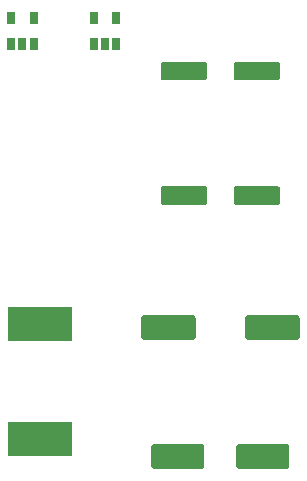
<source format=gbr>
G04 #@! TF.GenerationSoftware,KiCad,Pcbnew,5.1.5-1.fc30*
G04 #@! TF.CreationDate,2020-12-14T14:28:46-06:00*
G04 #@! TF.ProjectId,auxiliary_power,61757869-6c69-4617-9279-5f706f776572,rev?*
G04 #@! TF.SameCoordinates,Original*
G04 #@! TF.FileFunction,Paste,Top*
G04 #@! TF.FilePolarity,Positive*
%FSLAX46Y46*%
G04 Gerber Fmt 4.6, Leading zero omitted, Abs format (unit mm)*
G04 Created by KiCad (PCBNEW 5.1.5-1.fc30) date 2020-12-14 14:28:46*
%MOMM*%
%LPD*%
G04 APERTURE LIST*
%ADD10R,0.650000X1.060000*%
%ADD11R,5.400000X2.900000*%
%ADD12C,0.100000*%
G04 APERTURE END LIST*
D10*
X93665000Y-74592000D03*
X95565000Y-74592000D03*
X95565000Y-76792000D03*
X94615000Y-76792000D03*
X93665000Y-76792000D03*
X100650000Y-74592000D03*
X102550000Y-74592000D03*
X102550000Y-76792000D03*
X101600000Y-76792000D03*
X100650000Y-76792000D03*
D11*
X96139000Y-110260000D03*
X96139000Y-100560000D03*
D12*
G36*
X117853504Y-99789204D02*
G01*
X117877773Y-99792804D01*
X117901571Y-99798765D01*
X117924671Y-99807030D01*
X117946849Y-99817520D01*
X117967893Y-99830133D01*
X117987598Y-99844747D01*
X118005777Y-99861223D01*
X118022253Y-99879402D01*
X118036867Y-99899107D01*
X118049480Y-99920151D01*
X118059970Y-99942329D01*
X118068235Y-99965429D01*
X118074196Y-99989227D01*
X118077796Y-100013496D01*
X118079000Y-100038000D01*
X118079000Y-101638000D01*
X118077796Y-101662504D01*
X118074196Y-101686773D01*
X118068235Y-101710571D01*
X118059970Y-101733671D01*
X118049480Y-101755849D01*
X118036867Y-101776893D01*
X118022253Y-101796598D01*
X118005777Y-101814777D01*
X117987598Y-101831253D01*
X117967893Y-101845867D01*
X117946849Y-101858480D01*
X117924671Y-101868970D01*
X117901571Y-101877235D01*
X117877773Y-101883196D01*
X117853504Y-101886796D01*
X117829000Y-101888000D01*
X113729000Y-101888000D01*
X113704496Y-101886796D01*
X113680227Y-101883196D01*
X113656429Y-101877235D01*
X113633329Y-101868970D01*
X113611151Y-101858480D01*
X113590107Y-101845867D01*
X113570402Y-101831253D01*
X113552223Y-101814777D01*
X113535747Y-101796598D01*
X113521133Y-101776893D01*
X113508520Y-101755849D01*
X113498030Y-101733671D01*
X113489765Y-101710571D01*
X113483804Y-101686773D01*
X113480204Y-101662504D01*
X113479000Y-101638000D01*
X113479000Y-100038000D01*
X113480204Y-100013496D01*
X113483804Y-99989227D01*
X113489765Y-99965429D01*
X113498030Y-99942329D01*
X113508520Y-99920151D01*
X113521133Y-99899107D01*
X113535747Y-99879402D01*
X113552223Y-99861223D01*
X113570402Y-99844747D01*
X113590107Y-99830133D01*
X113611151Y-99817520D01*
X113633329Y-99807030D01*
X113656429Y-99798765D01*
X113680227Y-99792804D01*
X113704496Y-99789204D01*
X113729000Y-99788000D01*
X117829000Y-99788000D01*
X117853504Y-99789204D01*
G37*
G36*
X109053504Y-99789204D02*
G01*
X109077773Y-99792804D01*
X109101571Y-99798765D01*
X109124671Y-99807030D01*
X109146849Y-99817520D01*
X109167893Y-99830133D01*
X109187598Y-99844747D01*
X109205777Y-99861223D01*
X109222253Y-99879402D01*
X109236867Y-99899107D01*
X109249480Y-99920151D01*
X109259970Y-99942329D01*
X109268235Y-99965429D01*
X109274196Y-99989227D01*
X109277796Y-100013496D01*
X109279000Y-100038000D01*
X109279000Y-101638000D01*
X109277796Y-101662504D01*
X109274196Y-101686773D01*
X109268235Y-101710571D01*
X109259970Y-101733671D01*
X109249480Y-101755849D01*
X109236867Y-101776893D01*
X109222253Y-101796598D01*
X109205777Y-101814777D01*
X109187598Y-101831253D01*
X109167893Y-101845867D01*
X109146849Y-101858480D01*
X109124671Y-101868970D01*
X109101571Y-101877235D01*
X109077773Y-101883196D01*
X109053504Y-101886796D01*
X109029000Y-101888000D01*
X104929000Y-101888000D01*
X104904496Y-101886796D01*
X104880227Y-101883196D01*
X104856429Y-101877235D01*
X104833329Y-101868970D01*
X104811151Y-101858480D01*
X104790107Y-101845867D01*
X104770402Y-101831253D01*
X104752223Y-101814777D01*
X104735747Y-101796598D01*
X104721133Y-101776893D01*
X104708520Y-101755849D01*
X104698030Y-101733671D01*
X104689765Y-101710571D01*
X104683804Y-101686773D01*
X104680204Y-101662504D01*
X104679000Y-101638000D01*
X104679000Y-100038000D01*
X104680204Y-100013496D01*
X104683804Y-99989227D01*
X104689765Y-99965429D01*
X104698030Y-99942329D01*
X104708520Y-99920151D01*
X104721133Y-99899107D01*
X104735747Y-99879402D01*
X104752223Y-99861223D01*
X104770402Y-99844747D01*
X104790107Y-99830133D01*
X104811151Y-99817520D01*
X104833329Y-99807030D01*
X104856429Y-99798765D01*
X104880227Y-99792804D01*
X104904496Y-99789204D01*
X104929000Y-99788000D01*
X109029000Y-99788000D01*
X109053504Y-99789204D01*
G37*
G36*
X117003504Y-110711204D02*
G01*
X117027773Y-110714804D01*
X117051571Y-110720765D01*
X117074671Y-110729030D01*
X117096849Y-110739520D01*
X117117893Y-110752133D01*
X117137598Y-110766747D01*
X117155777Y-110783223D01*
X117172253Y-110801402D01*
X117186867Y-110821107D01*
X117199480Y-110842151D01*
X117209970Y-110864329D01*
X117218235Y-110887429D01*
X117224196Y-110911227D01*
X117227796Y-110935496D01*
X117229000Y-110960000D01*
X117229000Y-112560000D01*
X117227796Y-112584504D01*
X117224196Y-112608773D01*
X117218235Y-112632571D01*
X117209970Y-112655671D01*
X117199480Y-112677849D01*
X117186867Y-112698893D01*
X117172253Y-112718598D01*
X117155777Y-112736777D01*
X117137598Y-112753253D01*
X117117893Y-112767867D01*
X117096849Y-112780480D01*
X117074671Y-112790970D01*
X117051571Y-112799235D01*
X117027773Y-112805196D01*
X117003504Y-112808796D01*
X116979000Y-112810000D01*
X112979000Y-112810000D01*
X112954496Y-112808796D01*
X112930227Y-112805196D01*
X112906429Y-112799235D01*
X112883329Y-112790970D01*
X112861151Y-112780480D01*
X112840107Y-112767867D01*
X112820402Y-112753253D01*
X112802223Y-112736777D01*
X112785747Y-112718598D01*
X112771133Y-112698893D01*
X112758520Y-112677849D01*
X112748030Y-112655671D01*
X112739765Y-112632571D01*
X112733804Y-112608773D01*
X112730204Y-112584504D01*
X112729000Y-112560000D01*
X112729000Y-110960000D01*
X112730204Y-110935496D01*
X112733804Y-110911227D01*
X112739765Y-110887429D01*
X112748030Y-110864329D01*
X112758520Y-110842151D01*
X112771133Y-110821107D01*
X112785747Y-110801402D01*
X112802223Y-110783223D01*
X112820402Y-110766747D01*
X112840107Y-110752133D01*
X112861151Y-110739520D01*
X112883329Y-110729030D01*
X112906429Y-110720765D01*
X112930227Y-110714804D01*
X112954496Y-110711204D01*
X112979000Y-110710000D01*
X116979000Y-110710000D01*
X117003504Y-110711204D01*
G37*
G36*
X109803504Y-110711204D02*
G01*
X109827773Y-110714804D01*
X109851571Y-110720765D01*
X109874671Y-110729030D01*
X109896849Y-110739520D01*
X109917893Y-110752133D01*
X109937598Y-110766747D01*
X109955777Y-110783223D01*
X109972253Y-110801402D01*
X109986867Y-110821107D01*
X109999480Y-110842151D01*
X110009970Y-110864329D01*
X110018235Y-110887429D01*
X110024196Y-110911227D01*
X110027796Y-110935496D01*
X110029000Y-110960000D01*
X110029000Y-112560000D01*
X110027796Y-112584504D01*
X110024196Y-112608773D01*
X110018235Y-112632571D01*
X110009970Y-112655671D01*
X109999480Y-112677849D01*
X109986867Y-112698893D01*
X109972253Y-112718598D01*
X109955777Y-112736777D01*
X109937598Y-112753253D01*
X109917893Y-112767867D01*
X109896849Y-112780480D01*
X109874671Y-112790970D01*
X109851571Y-112799235D01*
X109827773Y-112805196D01*
X109803504Y-112808796D01*
X109779000Y-112810000D01*
X105779000Y-112810000D01*
X105754496Y-112808796D01*
X105730227Y-112805196D01*
X105706429Y-112799235D01*
X105683329Y-112790970D01*
X105661151Y-112780480D01*
X105640107Y-112767867D01*
X105620402Y-112753253D01*
X105602223Y-112736777D01*
X105585747Y-112718598D01*
X105571133Y-112698893D01*
X105558520Y-112677849D01*
X105548030Y-112655671D01*
X105539765Y-112632571D01*
X105533804Y-112608773D01*
X105530204Y-112584504D01*
X105529000Y-112560000D01*
X105529000Y-110960000D01*
X105530204Y-110935496D01*
X105533804Y-110911227D01*
X105539765Y-110887429D01*
X105548030Y-110864329D01*
X105558520Y-110842151D01*
X105571133Y-110821107D01*
X105585747Y-110801402D01*
X105602223Y-110783223D01*
X105620402Y-110766747D01*
X105640107Y-110752133D01*
X105661151Y-110739520D01*
X105683329Y-110729030D01*
X105706429Y-110720765D01*
X105730227Y-110714804D01*
X105754496Y-110711204D01*
X105779000Y-110710000D01*
X109779000Y-110710000D01*
X109803504Y-110711204D01*
G37*
G36*
X116203504Y-88863204D02*
G01*
X116227773Y-88866804D01*
X116251571Y-88872765D01*
X116274671Y-88881030D01*
X116296849Y-88891520D01*
X116317893Y-88904133D01*
X116337598Y-88918747D01*
X116355777Y-88935223D01*
X116372253Y-88953402D01*
X116386867Y-88973107D01*
X116399480Y-88994151D01*
X116409970Y-89016329D01*
X116418235Y-89039429D01*
X116424196Y-89063227D01*
X116427796Y-89087496D01*
X116429000Y-89112000D01*
X116429000Y-90212000D01*
X116427796Y-90236504D01*
X116424196Y-90260773D01*
X116418235Y-90284571D01*
X116409970Y-90307671D01*
X116399480Y-90329849D01*
X116386867Y-90350893D01*
X116372253Y-90370598D01*
X116355777Y-90388777D01*
X116337598Y-90405253D01*
X116317893Y-90419867D01*
X116296849Y-90432480D01*
X116274671Y-90442970D01*
X116251571Y-90451235D01*
X116227773Y-90457196D01*
X116203504Y-90460796D01*
X116179000Y-90462000D01*
X112754000Y-90462000D01*
X112729496Y-90460796D01*
X112705227Y-90457196D01*
X112681429Y-90451235D01*
X112658329Y-90442970D01*
X112636151Y-90432480D01*
X112615107Y-90419867D01*
X112595402Y-90405253D01*
X112577223Y-90388777D01*
X112560747Y-90370598D01*
X112546133Y-90350893D01*
X112533520Y-90329849D01*
X112523030Y-90307671D01*
X112514765Y-90284571D01*
X112508804Y-90260773D01*
X112505204Y-90236504D01*
X112504000Y-90212000D01*
X112504000Y-89112000D01*
X112505204Y-89087496D01*
X112508804Y-89063227D01*
X112514765Y-89039429D01*
X112523030Y-89016329D01*
X112533520Y-88994151D01*
X112546133Y-88973107D01*
X112560747Y-88953402D01*
X112577223Y-88935223D01*
X112595402Y-88918747D01*
X112615107Y-88904133D01*
X112636151Y-88891520D01*
X112658329Y-88881030D01*
X112681429Y-88872765D01*
X112705227Y-88866804D01*
X112729496Y-88863204D01*
X112754000Y-88862000D01*
X116179000Y-88862000D01*
X116203504Y-88863204D01*
G37*
G36*
X110028504Y-88863204D02*
G01*
X110052773Y-88866804D01*
X110076571Y-88872765D01*
X110099671Y-88881030D01*
X110121849Y-88891520D01*
X110142893Y-88904133D01*
X110162598Y-88918747D01*
X110180777Y-88935223D01*
X110197253Y-88953402D01*
X110211867Y-88973107D01*
X110224480Y-88994151D01*
X110234970Y-89016329D01*
X110243235Y-89039429D01*
X110249196Y-89063227D01*
X110252796Y-89087496D01*
X110254000Y-89112000D01*
X110254000Y-90212000D01*
X110252796Y-90236504D01*
X110249196Y-90260773D01*
X110243235Y-90284571D01*
X110234970Y-90307671D01*
X110224480Y-90329849D01*
X110211867Y-90350893D01*
X110197253Y-90370598D01*
X110180777Y-90388777D01*
X110162598Y-90405253D01*
X110142893Y-90419867D01*
X110121849Y-90432480D01*
X110099671Y-90442970D01*
X110076571Y-90451235D01*
X110052773Y-90457196D01*
X110028504Y-90460796D01*
X110004000Y-90462000D01*
X106579000Y-90462000D01*
X106554496Y-90460796D01*
X106530227Y-90457196D01*
X106506429Y-90451235D01*
X106483329Y-90442970D01*
X106461151Y-90432480D01*
X106440107Y-90419867D01*
X106420402Y-90405253D01*
X106402223Y-90388777D01*
X106385747Y-90370598D01*
X106371133Y-90350893D01*
X106358520Y-90329849D01*
X106348030Y-90307671D01*
X106339765Y-90284571D01*
X106333804Y-90260773D01*
X106330204Y-90236504D01*
X106329000Y-90212000D01*
X106329000Y-89112000D01*
X106330204Y-89087496D01*
X106333804Y-89063227D01*
X106339765Y-89039429D01*
X106348030Y-89016329D01*
X106358520Y-88994151D01*
X106371133Y-88973107D01*
X106385747Y-88953402D01*
X106402223Y-88935223D01*
X106420402Y-88918747D01*
X106440107Y-88904133D01*
X106461151Y-88891520D01*
X106483329Y-88881030D01*
X106506429Y-88872765D01*
X106530227Y-88866804D01*
X106554496Y-88863204D01*
X106579000Y-88862000D01*
X110004000Y-88862000D01*
X110028504Y-88863204D01*
G37*
G36*
X116203504Y-78322204D02*
G01*
X116227773Y-78325804D01*
X116251571Y-78331765D01*
X116274671Y-78340030D01*
X116296849Y-78350520D01*
X116317893Y-78363133D01*
X116337598Y-78377747D01*
X116355777Y-78394223D01*
X116372253Y-78412402D01*
X116386867Y-78432107D01*
X116399480Y-78453151D01*
X116409970Y-78475329D01*
X116418235Y-78498429D01*
X116424196Y-78522227D01*
X116427796Y-78546496D01*
X116429000Y-78571000D01*
X116429000Y-79671000D01*
X116427796Y-79695504D01*
X116424196Y-79719773D01*
X116418235Y-79743571D01*
X116409970Y-79766671D01*
X116399480Y-79788849D01*
X116386867Y-79809893D01*
X116372253Y-79829598D01*
X116355777Y-79847777D01*
X116337598Y-79864253D01*
X116317893Y-79878867D01*
X116296849Y-79891480D01*
X116274671Y-79901970D01*
X116251571Y-79910235D01*
X116227773Y-79916196D01*
X116203504Y-79919796D01*
X116179000Y-79921000D01*
X112754000Y-79921000D01*
X112729496Y-79919796D01*
X112705227Y-79916196D01*
X112681429Y-79910235D01*
X112658329Y-79901970D01*
X112636151Y-79891480D01*
X112615107Y-79878867D01*
X112595402Y-79864253D01*
X112577223Y-79847777D01*
X112560747Y-79829598D01*
X112546133Y-79809893D01*
X112533520Y-79788849D01*
X112523030Y-79766671D01*
X112514765Y-79743571D01*
X112508804Y-79719773D01*
X112505204Y-79695504D01*
X112504000Y-79671000D01*
X112504000Y-78571000D01*
X112505204Y-78546496D01*
X112508804Y-78522227D01*
X112514765Y-78498429D01*
X112523030Y-78475329D01*
X112533520Y-78453151D01*
X112546133Y-78432107D01*
X112560747Y-78412402D01*
X112577223Y-78394223D01*
X112595402Y-78377747D01*
X112615107Y-78363133D01*
X112636151Y-78350520D01*
X112658329Y-78340030D01*
X112681429Y-78331765D01*
X112705227Y-78325804D01*
X112729496Y-78322204D01*
X112754000Y-78321000D01*
X116179000Y-78321000D01*
X116203504Y-78322204D01*
G37*
G36*
X110028504Y-78322204D02*
G01*
X110052773Y-78325804D01*
X110076571Y-78331765D01*
X110099671Y-78340030D01*
X110121849Y-78350520D01*
X110142893Y-78363133D01*
X110162598Y-78377747D01*
X110180777Y-78394223D01*
X110197253Y-78412402D01*
X110211867Y-78432107D01*
X110224480Y-78453151D01*
X110234970Y-78475329D01*
X110243235Y-78498429D01*
X110249196Y-78522227D01*
X110252796Y-78546496D01*
X110254000Y-78571000D01*
X110254000Y-79671000D01*
X110252796Y-79695504D01*
X110249196Y-79719773D01*
X110243235Y-79743571D01*
X110234970Y-79766671D01*
X110224480Y-79788849D01*
X110211867Y-79809893D01*
X110197253Y-79829598D01*
X110180777Y-79847777D01*
X110162598Y-79864253D01*
X110142893Y-79878867D01*
X110121849Y-79891480D01*
X110099671Y-79901970D01*
X110076571Y-79910235D01*
X110052773Y-79916196D01*
X110028504Y-79919796D01*
X110004000Y-79921000D01*
X106579000Y-79921000D01*
X106554496Y-79919796D01*
X106530227Y-79916196D01*
X106506429Y-79910235D01*
X106483329Y-79901970D01*
X106461151Y-79891480D01*
X106440107Y-79878867D01*
X106420402Y-79864253D01*
X106402223Y-79847777D01*
X106385747Y-79829598D01*
X106371133Y-79809893D01*
X106358520Y-79788849D01*
X106348030Y-79766671D01*
X106339765Y-79743571D01*
X106333804Y-79719773D01*
X106330204Y-79695504D01*
X106329000Y-79671000D01*
X106329000Y-78571000D01*
X106330204Y-78546496D01*
X106333804Y-78522227D01*
X106339765Y-78498429D01*
X106348030Y-78475329D01*
X106358520Y-78453151D01*
X106371133Y-78432107D01*
X106385747Y-78412402D01*
X106402223Y-78394223D01*
X106420402Y-78377747D01*
X106440107Y-78363133D01*
X106461151Y-78350520D01*
X106483329Y-78340030D01*
X106506429Y-78331765D01*
X106530227Y-78325804D01*
X106554496Y-78322204D01*
X106579000Y-78321000D01*
X110004000Y-78321000D01*
X110028504Y-78322204D01*
G37*
M02*

</source>
